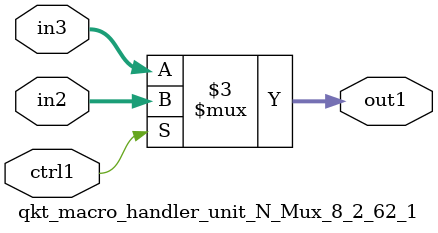
<source format=v>

`timescale 1ps / 1ps


module qkt_macro_handler_unit_N_Mux_8_2_62_1( in3, in2, ctrl1, out1 );

    input [7:0] in3;
    input [7:0] in2;
    input ctrl1;
    output [7:0] out1;
    reg [7:0] out1;

    
    // rtl_process:qkt_macro_handler_unit_N_Mux_8_2_62_1/qkt_macro_handler_unit_N_Mux_8_2_62_1_thread_1
    always @*
      begin : qkt_macro_handler_unit_N_Mux_8_2_62_1_thread_1
        case (ctrl1) 
          1'b1: 
            begin
              out1 = in2;
            end
          default: 
            begin
              out1 = in3;
            end
        endcase
      end

endmodule



</source>
